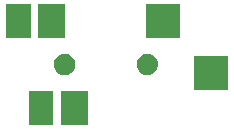
<source format=gbs>
G04 #@! TF.FileFunction,Soldermask,Bot*
%FSLAX46Y46*%
G04 Gerber Fmt 4.6, Leading zero omitted, Abs format (unit mm)*
G04 Created by KiCad (PCBNEW 4.0.1-3.201512221402+6198~38~ubuntu14.04.1-stable) date Wed 27 Jan 2016 01:24:07 PM EST*
%MOMM*%
G01*
G04 APERTURE LIST*
%ADD10C,0.100000*%
G04 APERTURE END LIST*
D10*
G36*
X157650000Y-109150000D02*
X155350000Y-109150000D01*
X155350000Y-106250000D01*
X157650000Y-106250000D01*
X157650000Y-109150000D01*
X157650000Y-109150000D01*
G37*
G36*
X154750000Y-109150000D02*
X152650000Y-109150000D01*
X152650000Y-106250000D01*
X154750000Y-106250000D01*
X154750000Y-109150000D01*
X154750000Y-109150000D01*
G37*
G36*
X169550000Y-106200000D02*
X166650000Y-106200000D01*
X166650000Y-103300000D01*
X169550000Y-103300000D01*
X169550000Y-106200000D01*
X169550000Y-106200000D01*
G37*
G36*
X155794531Y-103100598D02*
X155967422Y-103136087D01*
X156130135Y-103204486D01*
X156276459Y-103303182D01*
X156400825Y-103428420D01*
X156498498Y-103575429D01*
X156543337Y-103684219D01*
X156560784Y-103726547D01*
X156565757Y-103738614D01*
X156597553Y-103899192D01*
X156600039Y-103911750D01*
X156597224Y-104113346D01*
X156597186Y-104113513D01*
X156597186Y-104113518D01*
X156558121Y-104285460D01*
X156486334Y-104446698D01*
X156384590Y-104590929D01*
X156256780Y-104712641D01*
X156107754Y-104807215D01*
X155943198Y-104871042D01*
X155769384Y-104901691D01*
X155592918Y-104897994D01*
X155420538Y-104860093D01*
X155258802Y-104789433D01*
X155113868Y-104688701D01*
X154991262Y-104561739D01*
X154895650Y-104413378D01*
X154830677Y-104249275D01*
X154798816Y-104075679D01*
X154801281Y-103899192D01*
X154837977Y-103726547D01*
X154907506Y-103564325D01*
X155007222Y-103418692D01*
X155133330Y-103295199D01*
X155281013Y-103198557D01*
X155444664Y-103132438D01*
X155618037Y-103099365D01*
X155794531Y-103100598D01*
X155794531Y-103100598D01*
G37*
G36*
X162794531Y-103100598D02*
X162967422Y-103136087D01*
X163130135Y-103204486D01*
X163276459Y-103303182D01*
X163400825Y-103428420D01*
X163498498Y-103575429D01*
X163543337Y-103684219D01*
X163560784Y-103726547D01*
X163565757Y-103738614D01*
X163597553Y-103899192D01*
X163600039Y-103911750D01*
X163597224Y-104113346D01*
X163597186Y-104113513D01*
X163597186Y-104113518D01*
X163558121Y-104285460D01*
X163486334Y-104446698D01*
X163384590Y-104590929D01*
X163256780Y-104712641D01*
X163107754Y-104807215D01*
X162943198Y-104871042D01*
X162769384Y-104901691D01*
X162592918Y-104897994D01*
X162420538Y-104860093D01*
X162258802Y-104789433D01*
X162113868Y-104688701D01*
X161991262Y-104561739D01*
X161895650Y-104413378D01*
X161830677Y-104249275D01*
X161798816Y-104075679D01*
X161801281Y-103899192D01*
X161837977Y-103726547D01*
X161907506Y-103564325D01*
X162007222Y-103418692D01*
X162133330Y-103295199D01*
X162281013Y-103198557D01*
X162444664Y-103132438D01*
X162618037Y-103099365D01*
X162794531Y-103100598D01*
X162794531Y-103100598D01*
G37*
G36*
X165450000Y-101750000D02*
X162550000Y-101750000D01*
X162550000Y-98850000D01*
X165450000Y-98850000D01*
X165450000Y-101750000D01*
X165450000Y-101750000D01*
G37*
G36*
X155750000Y-101750000D02*
X153450000Y-101750000D01*
X153450000Y-98850000D01*
X155750000Y-98850000D01*
X155750000Y-101750000D01*
X155750000Y-101750000D01*
G37*
G36*
X152850000Y-101750000D02*
X150750000Y-101750000D01*
X150750000Y-98850000D01*
X152850000Y-98850000D01*
X152850000Y-101750000D01*
X152850000Y-101750000D01*
G37*
M02*

</source>
